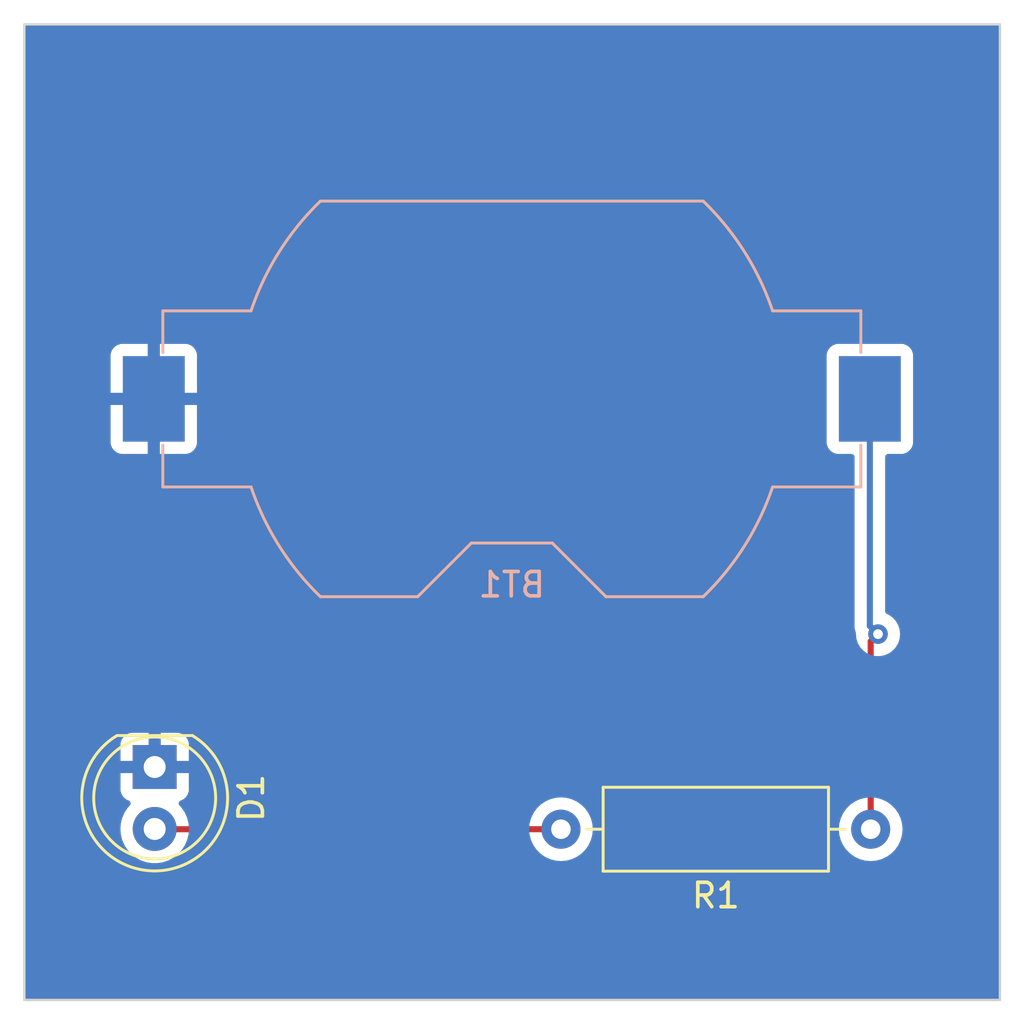
<source format=kicad_pcb>
(kicad_pcb (version 20221018) (generator pcbnew)
  (title_block (title "Getting Started in KiCad 7.0") (date "2023-09-22"))
  (layers (0 "F.Cu" signal) (31 "B.Cu" signal) (34 "B.Paste" user) (35 "F.Paste" user) (36 "B.SilkS" user "B.Silkscreen") (37 "F.SilkS" user "F.Silkscreen") (38 "B.Mask" user) (39 "F.Mask" user) (44 "Edge.Cuts" user))
  (net 0 "")
  (net 1 "VCC")
  (net 2 "GND")
  (net 3 "/led")
  (footprint "LED_THT:LED_D5.0mm" (layer "F.Cu") (at 125.342173 120.449143 -90)
    (fp_text reference "D1" (at 1.27 -3.96 90) (layer "F.SilkS"))
    (fp_text value "red")
    (fp_line (start -1.29 -1.545) (end -1.29 1.545) (stroke (width 0.12)) (layer "F.SilkS"))
    (fp_arc (start -1.29 -1.54483) (mid 2.072002 -2.880433) (end 4.26 0.000462) (stroke (width 0.12)) (layer "F.SilkS"))
    (fp_arc (start 4.26 -0.000462) (mid 2.072002 2.880433) (end -1.29 1.54483) (stroke (width 0.12)) (layer "F.SilkS"))
    (fp_circle (center 1.27 0) (end 3.77 0) (stroke (width 0.12)) (fill none) (layer "F.SilkS"))
    (pad "1" thru_hole rect (at 0 0 270) (size 1.8 1.8) (drill 0.9) (layers "*.Cu" "*.Mask") (net 2 "GND"))
    (pad "2" thru_hole circle (at 2.54 0 270) (size 1.8 1.8) (drill 0.9) (layers "*.Cu" "*.Mask") (net 3 "/led"))
  )
  (footprint "Resistor_THT:R_Axial_DIN0309_L9.0mm_D3.2mm_P12.70mm_Horizontal" (layer "F.Cu") (at 154.7 123 180)
    (fp_text reference "R1" (at 6.35 -2.72) (layer "F.SilkS"))
    (fp_text value "1k")
    (fp_line (start 1.04 0) (end 1.73 0) (stroke (width 0.12)) (layer "F.SilkS"))
    (fp_line (start 1.73 -1.72) (end 1.73 1.72) (stroke (width 0.12)) (layer "F.SilkS"))
    (fp_line (start 1.73 1.72) (end 10.97 1.72) (stroke (width 0.12)) (layer "F.SilkS"))
    (fp_line (start 10.97 -1.72) (end 1.73 -1.72) (stroke (width 0.12)) (layer "F.SilkS"))
    (fp_line (start 10.97 1.72) (end 10.97 -1.72) (stroke (width 0.12)) (layer "F.SilkS"))
    (fp_line (start 11.66 0) (end 10.97 0) (stroke (width 0.12)) (layer "F.SilkS"))
    (pad "1" thru_hole circle (at 0 0 180) (size 1.6 1.6) (drill 0.8) (layers "*.Cu" "*.Mask") (net 1 "VCC"))
    (pad "2" thru_hole oval (at 12.7 0 180) (size 1.6 1.6) (drill 0.8) (layers "*.Cu" "*.Mask") (net 3 "/led"))
  )
  (footprint "Battery:BatteryHolder_Keystone_1058_1x2032" (layer "B.Cu") (at 139.985891 105.355936 180)
    (fp_text reference "BT1" (at 0 -7.62) (layer "B.SilkS") (effects (justify mirror)))
    (fp_text value "3V")
    (fp_line (start -14.31 -1.9) (end -14.31 -3.61) (stroke (width 0.12)) (layer "B.SilkS"))
    (fp_line (start -14.31 1.9) (end -14.31 3.61) (stroke (width 0.12)) (layer "B.SilkS"))
    (fp_line (start -14.31 3.61) (end -10.692 3.61) (stroke (width 0.12)) (layer "B.SilkS"))
    (fp_line (start -10.692 -3.61) (end -14.31 -3.61) (stroke (width 0.12)) (layer "B.SilkS"))
    (fp_line (start -7.8473 8.11) (end 7.8473 8.11) (stroke (width 0.12)) (layer "B.SilkS"))
    (fp_line (start -3.86 -8.11) (end -7.8473 -8.11) (stroke (width 0.12)) (layer "B.SilkS"))
    (fp_line (start -1.66 -5.91) (end -3.86 -8.11) (stroke (width 0.12)) (layer "B.SilkS"))
    (fp_line (start 1.66 -5.91) (end -1.66 -5.91) (stroke (width 0.12)) (layer "B.SilkS"))
    (fp_line (start 1.66 -5.91) (end 3.86 -8.11) (stroke (width 0.12)) (layer "B.SilkS"))
    (fp_line (start 7.8473 -8.11) (end 3.86 -8.11) (stroke (width 0.12)) (layer "B.SilkS"))
    (fp_line (start 10.692 3.61) (end 14.31 3.61) (stroke (width 0.12)) (layer "B.SilkS"))
    (fp_line (start 14.31 -3.61) (end 10.692 -3.61) (stroke (width 0.12)) (layer "B.SilkS"))
    (fp_line (start 14.31 -1.9) (end 14.31 -3.61) (stroke (width 0.12)) (layer "B.SilkS"))
    (fp_line (start 14.31 1.9) (end 14.31 3.61) (stroke (width 0.12)) (layer "B.SilkS"))
    (fp_arc (start -10.692 -3.61) (mid -9.538085 -6.031245) (end -7.845371 -8.111789) (stroke (width 0.12)) (layer "B.SilkS"))
    (fp_arc (start -7.845371 8.111789) (mid -9.538084 6.031244) (end -10.692 3.61) (stroke (width 0.12)) (layer "B.SilkS"))
    (fp_arc (start 7.845371 -8.111789) (mid 9.538084 -6.031244) (end 10.692 -3.61) (stroke (width 0.12)) (layer "B.SilkS"))
    (fp_arc (start 10.692 3.61) (mid 9.538084 6.031244) (end 7.845371 8.111789) (stroke (width 0.12)) (layer "B.SilkS"))
    (pad "1" smd rect (at -14.68 0 180) (size 2.54 3.51) (layers "B.Cu" "B.Paste" "B.Mask") (net 1 "VCC"))
    (pad "2" smd rect (at 14.68 0 180) (size 2.54 3.51) (layers "B.Cu" "B.Paste" "B.Mask") (net 2 "GND"))
  )
  (gr_rect (start 120 90) (end 160 130) (stroke (width 0.1)) (fill none) (layer "Edge.Cuts"))
  (segment (start 154.7 115.3) (end 154.7 123) (width 0.25) (layer "F.Cu") (net 1))
  (segment (start 155 115) (end 154.7 115.3) (width 0.25) (layer "F.Cu") (net 1))
  (via (at 155 115) (size 0.8) (drill 0.4) (layers "F.Cu" "B.Cu") (net 1))
  (segment (start 154.665891 114.665891) (end 155 115) (width 0.25) (layer "B.Cu") (net 1))
  (segment (start 154.665891 105.355936) (end 154.665891 114.665891) (width 0.25) (layer "B.Cu") (net 1))
  (segment (start 125.305891 120.412861) (end 125.342173 120.449143) (width 0.25) (layer "B.Cu") (net 2))
  (segment (start 125.35303 123) (end 125.342173 122.989143) (width 0.25) (layer "F.Cu") (net 3))
  (segment (start 142 123) (end 125.35303 123) (width 0.25) (layer "F.Cu") (net 3))
  (zone (net 2) (net_name "GND") (layer "B.Cu") (connect_pads (clearance 0.5)) (min_thickness 0.25) (fill yes (thermal_gap 0.5) (thermal_bridge_width 0.5))
    (polygon (pts (xy 119 89) (xy 161 89) (xy 161 131) (xy 119 131)))
  )
)
</source>
